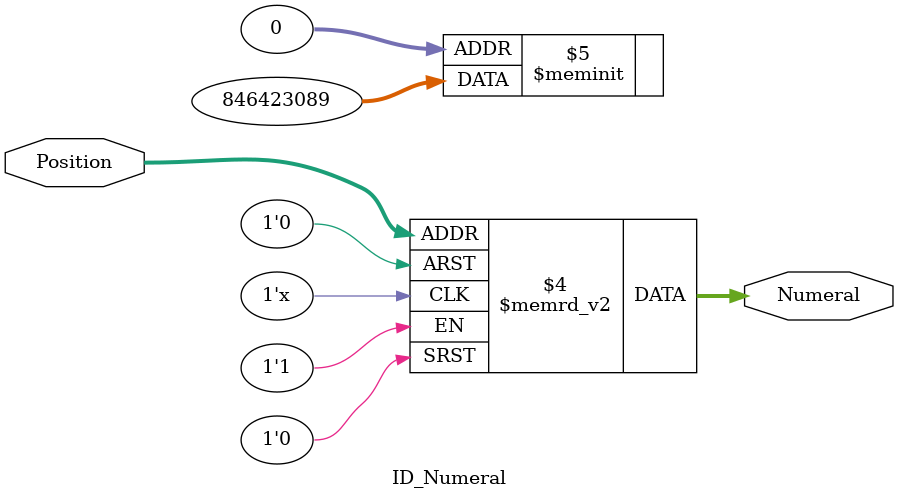
<source format=v>
module ID_Numeral(
	
	input [2:0] Position,
	output reg [3:0] Numeral
);

always @(*) begin
    case (Position)
    	3'b000:  Numeral = 4'b0001;
	3'b001:  Numeral = 4'b0011;
	3'b010:  Numeral = 4'b0100;
	3'b011:  Numeral = 4'b0110;
	3'b100:  Numeral = 4'b0011;
	3'b101:  Numeral = 4'b0111;
	3'b110:  Numeral = 4'b0010;
	3'b111:  Numeral = 4'b0011;
	default: Numeral = 4'bxxxx;
    endcase
end

endmodule

</source>
